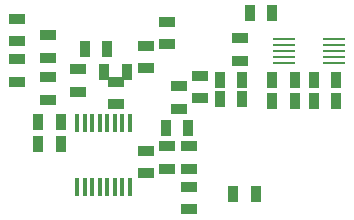
<source format=gtp>
G04 (created by PCBNEW (2013-07-07 BZR 4022)-stable) date 03/12/2013 21:07:02*
%MOIN*%
G04 Gerber Fmt 3.4, Leading zero omitted, Abs format*
%FSLAX34Y34*%
G01*
G70*
G90*
G04 APERTURE LIST*
%ADD10C,0.00590551*%
%ADD11R,0.035X0.055*%
%ADD12R,0.055X0.035*%
%ADD13R,0.0177X0.059*%
%ADD14R,0.075X0.0098*%
G04 APERTURE END LIST*
G54D10*
G54D11*
X85225Y-25750D03*
X84475Y-25750D03*
X87425Y-23350D03*
X86675Y-23350D03*
G54D12*
X88050Y-25975D03*
X88050Y-26725D03*
G54D11*
X90525Y-24250D03*
X91275Y-24250D03*
X90525Y-23600D03*
X91275Y-23600D03*
X92275Y-24325D03*
X93025Y-24325D03*
X93650Y-24325D03*
X94400Y-24325D03*
G54D12*
X83750Y-21575D03*
X83750Y-22325D03*
X84800Y-22125D03*
X84800Y-22875D03*
G54D11*
X86775Y-22575D03*
X86025Y-22575D03*
G54D12*
X89500Y-25825D03*
X89500Y-26575D03*
X88750Y-21675D03*
X88750Y-22425D03*
X83750Y-22925D03*
X83750Y-23675D03*
X84800Y-23525D03*
X84800Y-24275D03*
X85800Y-23250D03*
X85800Y-24000D03*
X88050Y-22475D03*
X88050Y-23225D03*
G54D11*
X84475Y-25000D03*
X85225Y-25000D03*
G54D12*
X87050Y-23675D03*
X87050Y-24425D03*
G54D11*
X90975Y-27400D03*
X91725Y-27400D03*
G54D12*
X88750Y-26575D03*
X88750Y-25825D03*
X91200Y-22225D03*
X91200Y-22975D03*
G54D11*
X92275Y-21375D03*
X91525Y-21375D03*
X92275Y-23600D03*
X93025Y-23600D03*
X94400Y-23600D03*
X93650Y-23600D03*
G54D13*
X85775Y-27159D03*
X86025Y-27159D03*
X86275Y-27159D03*
X86525Y-27159D03*
X86775Y-27159D03*
X87025Y-27159D03*
X87275Y-27159D03*
X87525Y-27159D03*
X87525Y-25041D03*
X87275Y-25041D03*
X87025Y-25041D03*
X86775Y-25041D03*
X86525Y-25041D03*
X86275Y-25041D03*
X86025Y-25041D03*
X85775Y-25041D03*
G54D14*
X94330Y-23031D03*
X94330Y-22834D03*
X94330Y-22637D03*
X94330Y-22440D03*
X94330Y-22243D03*
X92676Y-22243D03*
X92676Y-22440D03*
X92676Y-22637D03*
X92676Y-22834D03*
X92676Y-23031D03*
G54D12*
X89500Y-27175D03*
X89500Y-27925D03*
X89150Y-23825D03*
X89150Y-24575D03*
X89850Y-24225D03*
X89850Y-23475D03*
G54D11*
X88725Y-25200D03*
X89475Y-25200D03*
M02*

</source>
